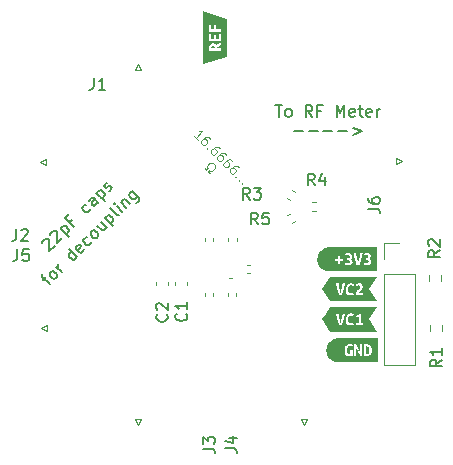
<source format=gbr>
%TF.GenerationSoftware,KiCad,Pcbnew,(6.0.7)*%
%TF.CreationDate,2022-08-03T12:25:37+01:00*%
%TF.ProjectId,Phase_Measurement_Board,50686173-655f-44d6-9561-737572656d65,rev?*%
%TF.SameCoordinates,Original*%
%TF.FileFunction,Legend,Top*%
%TF.FilePolarity,Positive*%
%FSLAX46Y46*%
G04 Gerber Fmt 4.6, Leading zero omitted, Abs format (unit mm)*
G04 Created by KiCad (PCBNEW (6.0.7)) date 2022-08-03 12:25:37*
%MOMM*%
%LPD*%
G01*
G04 APERTURE LIST*
%ADD10C,0.120000*%
%ADD11C,0.150000*%
G04 APERTURE END LIST*
D10*
X214025478Y-40076534D02*
X213702229Y-39753285D01*
X213863853Y-39914910D02*
X214429539Y-39349224D01*
X214294852Y-39376162D01*
X214187102Y-39376162D01*
X214106290Y-39349224D01*
X215076036Y-39995722D02*
X214968287Y-39887972D01*
X214887474Y-39861035D01*
X214833600Y-39861035D01*
X214698913Y-39887972D01*
X214564226Y-39968785D01*
X214348726Y-40184284D01*
X214321789Y-40265096D01*
X214321789Y-40318971D01*
X214348726Y-40399783D01*
X214456476Y-40507533D01*
X214537288Y-40534470D01*
X214591163Y-40534470D01*
X214671975Y-40507533D01*
X214806662Y-40372846D01*
X214833600Y-40292033D01*
X214833600Y-40238159D01*
X214806662Y-40157346D01*
X214698913Y-40049597D01*
X214618100Y-40022659D01*
X214564226Y-40022659D01*
X214483413Y-40049597D01*
X214860537Y-40803844D02*
X214860537Y-40857719D01*
X214806662Y-40857719D01*
X214806662Y-40803844D01*
X214860537Y-40803844D01*
X214806662Y-40857719D01*
X215884158Y-40803844D02*
X215776409Y-40696094D01*
X215695596Y-40669157D01*
X215641722Y-40669157D01*
X215507035Y-40696094D01*
X215372348Y-40776907D01*
X215156848Y-40992406D01*
X215129911Y-41073218D01*
X215129911Y-41127093D01*
X215156848Y-41207905D01*
X215264598Y-41315655D01*
X215345410Y-41342592D01*
X215399285Y-41342592D01*
X215480097Y-41315655D01*
X215614784Y-41180968D01*
X215641722Y-41100155D01*
X215641722Y-41046281D01*
X215614784Y-40965468D01*
X215507035Y-40857719D01*
X215426222Y-40830781D01*
X215372348Y-40830781D01*
X215291535Y-40857719D01*
X216422906Y-41342592D02*
X216315157Y-41234842D01*
X216234344Y-41207905D01*
X216180470Y-41207905D01*
X216045783Y-41234842D01*
X215911096Y-41315655D01*
X215695596Y-41531154D01*
X215668659Y-41611966D01*
X215668659Y-41665841D01*
X215695596Y-41746653D01*
X215803346Y-41854403D01*
X215884158Y-41881340D01*
X215938033Y-41881340D01*
X216018845Y-41854403D01*
X216153532Y-41719716D01*
X216180470Y-41638903D01*
X216180470Y-41585029D01*
X216153532Y-41504216D01*
X216045783Y-41396467D01*
X215964970Y-41369529D01*
X215911096Y-41369529D01*
X215830283Y-41396467D01*
X216961654Y-41881340D02*
X216853905Y-41773590D01*
X216773092Y-41746653D01*
X216719218Y-41746653D01*
X216584531Y-41773590D01*
X216449844Y-41854403D01*
X216234344Y-42069902D01*
X216207407Y-42150714D01*
X216207407Y-42204589D01*
X216234344Y-42285401D01*
X216342094Y-42393151D01*
X216422906Y-42420088D01*
X216476781Y-42420088D01*
X216557593Y-42393151D01*
X216692280Y-42258464D01*
X216719218Y-42177651D01*
X216719218Y-42123777D01*
X216692280Y-42042964D01*
X216584531Y-41935215D01*
X216503718Y-41908277D01*
X216449844Y-41908277D01*
X216369031Y-41935215D01*
X217500402Y-42420088D02*
X217392653Y-42312338D01*
X217311840Y-42285401D01*
X217257966Y-42285401D01*
X217123279Y-42312338D01*
X216988592Y-42393151D01*
X216773092Y-42608650D01*
X216746155Y-42689462D01*
X216746155Y-42743337D01*
X216773092Y-42824149D01*
X216880842Y-42931899D01*
X216961654Y-42958836D01*
X217015529Y-42958836D01*
X217096341Y-42931899D01*
X217231028Y-42797212D01*
X217257966Y-42716399D01*
X217257966Y-42662525D01*
X217231028Y-42581712D01*
X217123279Y-42473963D01*
X217042466Y-42447025D01*
X216988592Y-42447025D01*
X216907779Y-42473963D01*
X217284903Y-43228210D02*
X217284903Y-43282085D01*
X217231028Y-43282085D01*
X217231028Y-43228210D01*
X217284903Y-43228210D01*
X217231028Y-43282085D01*
X217554277Y-43497584D02*
X217554277Y-43551459D01*
X217500402Y-43551459D01*
X217500402Y-43497584D01*
X217554277Y-43497584D01*
X217500402Y-43551459D01*
X217823651Y-43766958D02*
X217823651Y-43820833D01*
X217769776Y-43820833D01*
X217769776Y-43766958D01*
X217823651Y-43766958D01*
X217769776Y-43820833D01*
X214623218Y-42495783D02*
X214757905Y-42630470D01*
X214865655Y-42522720D01*
X214838717Y-42441908D01*
X214838717Y-42334158D01*
X214892592Y-42226409D01*
X215027279Y-42091722D01*
X215135029Y-42037847D01*
X215242778Y-42037847D01*
X215350528Y-42091722D01*
X215458277Y-42199471D01*
X215512152Y-42307221D01*
X215512152Y-42414970D01*
X215458277Y-42522720D01*
X215323590Y-42657407D01*
X215215841Y-42711282D01*
X215108091Y-42711282D01*
X215027279Y-42684344D01*
X214919529Y-42792094D01*
X215054216Y-42926781D01*
D11*
X220597619Y-37147380D02*
X221169047Y-37147380D01*
X220883333Y-38147380D02*
X220883333Y-37147380D01*
X221645238Y-38147380D02*
X221550000Y-38099761D01*
X221502380Y-38052142D01*
X221454761Y-37956904D01*
X221454761Y-37671190D01*
X221502380Y-37575952D01*
X221550000Y-37528333D01*
X221645238Y-37480714D01*
X221788095Y-37480714D01*
X221883333Y-37528333D01*
X221930952Y-37575952D01*
X221978571Y-37671190D01*
X221978571Y-37956904D01*
X221930952Y-38052142D01*
X221883333Y-38099761D01*
X221788095Y-38147380D01*
X221645238Y-38147380D01*
X223740476Y-38147380D02*
X223407142Y-37671190D01*
X223169047Y-38147380D02*
X223169047Y-37147380D01*
X223550000Y-37147380D01*
X223645238Y-37195000D01*
X223692857Y-37242619D01*
X223740476Y-37337857D01*
X223740476Y-37480714D01*
X223692857Y-37575952D01*
X223645238Y-37623571D01*
X223550000Y-37671190D01*
X223169047Y-37671190D01*
X224502380Y-37623571D02*
X224169047Y-37623571D01*
X224169047Y-38147380D02*
X224169047Y-37147380D01*
X224645238Y-37147380D01*
X225788095Y-38147380D02*
X225788095Y-37147380D01*
X226121428Y-37861666D01*
X226454761Y-37147380D01*
X226454761Y-38147380D01*
X227311904Y-38099761D02*
X227216666Y-38147380D01*
X227026190Y-38147380D01*
X226930952Y-38099761D01*
X226883333Y-38004523D01*
X226883333Y-37623571D01*
X226930952Y-37528333D01*
X227026190Y-37480714D01*
X227216666Y-37480714D01*
X227311904Y-37528333D01*
X227359523Y-37623571D01*
X227359523Y-37718809D01*
X226883333Y-37814047D01*
X227645238Y-37480714D02*
X228026190Y-37480714D01*
X227788095Y-37147380D02*
X227788095Y-38004523D01*
X227835714Y-38099761D01*
X227930952Y-38147380D01*
X228026190Y-38147380D01*
X228740476Y-38099761D02*
X228645238Y-38147380D01*
X228454761Y-38147380D01*
X228359523Y-38099761D01*
X228311904Y-38004523D01*
X228311904Y-37623571D01*
X228359523Y-37528333D01*
X228454761Y-37480714D01*
X228645238Y-37480714D01*
X228740476Y-37528333D01*
X228788095Y-37623571D01*
X228788095Y-37718809D01*
X228311904Y-37814047D01*
X229216666Y-38147380D02*
X229216666Y-37480714D01*
X229216666Y-37671190D02*
X229264285Y-37575952D01*
X229311904Y-37528333D01*
X229407142Y-37480714D01*
X229502380Y-37480714D01*
X222192857Y-39376428D02*
X222954761Y-39376428D01*
X223430952Y-39376428D02*
X224192857Y-39376428D01*
X224669047Y-39376428D02*
X225430952Y-39376428D01*
X225907142Y-39376428D02*
X226669047Y-39376428D01*
X227145238Y-39090714D02*
X227907142Y-39376428D01*
X227145238Y-39662142D01*
X200926733Y-51970220D02*
X201196107Y-51700846D01*
X201499153Y-52340610D02*
X200893061Y-51734518D01*
X200859389Y-51633503D01*
X200893061Y-51532488D01*
X200960405Y-51465144D01*
X202004229Y-51835533D02*
X201903214Y-51869205D01*
X201835870Y-51869205D01*
X201734855Y-51835533D01*
X201532824Y-51633503D01*
X201499153Y-51532488D01*
X201499153Y-51465144D01*
X201532824Y-51364129D01*
X201633840Y-51263114D01*
X201734855Y-51229442D01*
X201802198Y-51229442D01*
X201903214Y-51263114D01*
X202105244Y-51465144D01*
X202138916Y-51566159D01*
X202138916Y-51633503D01*
X202105244Y-51734518D01*
X202004229Y-51835533D01*
X202542977Y-51296785D02*
X202071572Y-50825381D01*
X202206259Y-50960068D02*
X202172588Y-50859053D01*
X202172588Y-50791709D01*
X202206259Y-50690694D01*
X202273603Y-50623350D01*
X203822503Y-50017259D02*
X203115397Y-49310152D01*
X203788832Y-49983587D02*
X203755160Y-50084602D01*
X203620473Y-50219289D01*
X203519458Y-50252961D01*
X203452114Y-50252961D01*
X203351099Y-50219289D01*
X203149068Y-50017259D01*
X203115397Y-49916244D01*
X203115397Y-49848900D01*
X203149068Y-49747885D01*
X203283755Y-49613198D01*
X203384771Y-49579526D01*
X204394923Y-49377496D02*
X204361251Y-49478511D01*
X204226564Y-49613198D01*
X204125549Y-49646870D01*
X204024534Y-49613198D01*
X203755160Y-49343824D01*
X203721488Y-49242809D01*
X203755160Y-49141793D01*
X203889847Y-49007106D01*
X203990862Y-48973435D01*
X204091877Y-49007106D01*
X204159221Y-49074450D01*
X203889847Y-49478511D01*
X205034687Y-48737732D02*
X205001015Y-48838748D01*
X204866328Y-48973435D01*
X204765312Y-49007106D01*
X204697969Y-49007106D01*
X204596954Y-48973435D01*
X204394923Y-48771404D01*
X204361251Y-48670389D01*
X204361251Y-48603045D01*
X204394923Y-48502030D01*
X204529610Y-48367343D01*
X204630625Y-48333671D01*
X205472419Y-48367343D02*
X205371404Y-48401015D01*
X205304061Y-48401015D01*
X205203045Y-48367343D01*
X205001015Y-48165312D01*
X204967343Y-48064297D01*
X204967343Y-47996954D01*
X205001015Y-47895938D01*
X205102030Y-47794923D01*
X205203045Y-47761251D01*
X205270389Y-47761251D01*
X205371404Y-47794923D01*
X205573435Y-47996954D01*
X205607106Y-48097969D01*
X205607106Y-48165312D01*
X205573435Y-48266328D01*
X205472419Y-48367343D01*
X205842809Y-47054145D02*
X206314213Y-47525549D01*
X205539763Y-47357190D02*
X205910152Y-47727580D01*
X206011167Y-47761251D01*
X206112183Y-47727580D01*
X206213198Y-47626564D01*
X206246870Y-47525549D01*
X206246870Y-47458206D01*
X206179526Y-46717427D02*
X206886633Y-47424534D01*
X206213198Y-46751099D02*
X206246870Y-46650084D01*
X206381557Y-46515397D01*
X206482572Y-46481725D01*
X206549915Y-46481725D01*
X206650931Y-46515397D01*
X206852961Y-46717427D01*
X206886633Y-46818442D01*
X206886633Y-46885786D01*
X206852961Y-46986801D01*
X206718274Y-47121488D01*
X206617259Y-47155160D01*
X207391709Y-46448053D02*
X207290694Y-46481725D01*
X207189679Y-46448053D01*
X206583587Y-45841962D01*
X207661083Y-46178679D02*
X207189679Y-45707275D01*
X206953976Y-45471572D02*
X206953976Y-45538916D01*
X207021320Y-45538916D01*
X207021320Y-45471572D01*
X206953976Y-45471572D01*
X207021320Y-45538916D01*
X207526396Y-45370557D02*
X207997801Y-45841962D01*
X207593740Y-45437901D02*
X207593740Y-45370557D01*
X207627411Y-45269542D01*
X207728427Y-45168527D01*
X207829442Y-45134855D01*
X207930457Y-45168527D01*
X208300846Y-45538916D01*
X208469205Y-44427748D02*
X209041625Y-45000168D01*
X209075297Y-45101183D01*
X209075297Y-45168527D01*
X209041625Y-45269542D01*
X208940610Y-45370557D01*
X208839594Y-45404229D01*
X208906938Y-44865481D02*
X208873266Y-44966496D01*
X208738579Y-45101183D01*
X208637564Y-45134855D01*
X208570220Y-45134855D01*
X208469205Y-45101183D01*
X208267175Y-44899153D01*
X208233503Y-44798137D01*
X208233503Y-44730794D01*
X208267175Y-44629779D01*
X208401862Y-44495092D01*
X208502877Y-44461420D01*
X200870049Y-48840186D02*
X200870049Y-48772843D01*
X200903721Y-48671827D01*
X201072080Y-48503469D01*
X201173095Y-48469797D01*
X201240439Y-48469797D01*
X201341454Y-48503469D01*
X201408798Y-48570812D01*
X201476141Y-48705499D01*
X201476141Y-49513621D01*
X201913874Y-49075888D01*
X201543485Y-48166751D02*
X201543485Y-48099408D01*
X201577156Y-47998392D01*
X201745515Y-47830034D01*
X201846530Y-47796362D01*
X201913874Y-47796362D01*
X202014889Y-47830034D01*
X202082233Y-47897377D01*
X202149576Y-48032064D01*
X202149576Y-48840186D01*
X202587309Y-48402453D01*
X202418950Y-47628003D02*
X203126057Y-48335110D01*
X202452622Y-47661675D02*
X202486294Y-47560660D01*
X202620981Y-47425973D01*
X202721996Y-47392301D01*
X202789339Y-47392301D01*
X202890355Y-47425973D01*
X203092385Y-47628003D01*
X203126057Y-47729018D01*
X203126057Y-47796362D01*
X203092385Y-47897377D01*
X202957698Y-48032064D01*
X202856683Y-48065736D01*
X203395431Y-46853553D02*
X203159729Y-47089255D01*
X203530118Y-47459644D02*
X202823011Y-46752538D01*
X203159729Y-46415820D01*
X204944331Y-45978087D02*
X204910660Y-46079103D01*
X204775973Y-46213790D01*
X204674957Y-46247461D01*
X204607614Y-46247461D01*
X204506599Y-46213790D01*
X204304568Y-46011759D01*
X204270896Y-45910744D01*
X204270896Y-45843400D01*
X204304568Y-45742385D01*
X204439255Y-45607698D01*
X204540270Y-45574026D01*
X205584095Y-45405668D02*
X205213705Y-45035278D01*
X205112690Y-45001607D01*
X205011675Y-45035278D01*
X204876988Y-45169965D01*
X204843316Y-45270981D01*
X205550423Y-45371996D02*
X205516751Y-45473011D01*
X205348392Y-45641370D01*
X205247377Y-45675042D01*
X205146362Y-45641370D01*
X205079018Y-45574026D01*
X205045347Y-45473011D01*
X205079018Y-45371996D01*
X205247377Y-45203637D01*
X205281049Y-45102622D01*
X205449408Y-44597546D02*
X206156514Y-45304652D01*
X205483079Y-44631217D02*
X205516751Y-44530202D01*
X205651438Y-44395515D01*
X205752453Y-44361843D01*
X205819797Y-44361843D01*
X205920812Y-44395515D01*
X206122843Y-44597546D01*
X206156514Y-44698561D01*
X206156514Y-44765904D01*
X206122843Y-44866920D01*
X205988156Y-45001607D01*
X205887140Y-45035278D01*
X206493232Y-44429187D02*
X206594247Y-44395515D01*
X206728934Y-44260828D01*
X206762606Y-44159813D01*
X206728934Y-44058798D01*
X206695263Y-44025126D01*
X206594247Y-43991454D01*
X206493232Y-44025126D01*
X206392217Y-44126141D01*
X206291201Y-44159813D01*
X206190186Y-44126141D01*
X206156514Y-44092469D01*
X206122843Y-43991454D01*
X206156514Y-43890439D01*
X206257530Y-43789424D01*
X206358545Y-43755752D01*
%TO.C,R4*%
X223933333Y-43952380D02*
X223600000Y-43476190D01*
X223361904Y-43952380D02*
X223361904Y-42952380D01*
X223742857Y-42952380D01*
X223838095Y-43000000D01*
X223885714Y-43047619D01*
X223933333Y-43142857D01*
X223933333Y-43285714D01*
X223885714Y-43380952D01*
X223838095Y-43428571D01*
X223742857Y-43476190D01*
X223361904Y-43476190D01*
X224790476Y-43285714D02*
X224790476Y-43952380D01*
X224552380Y-42904761D02*
X224314285Y-43619047D01*
X224933333Y-43619047D01*
%TO.C,J3*%
X214502380Y-66233333D02*
X215216666Y-66233333D01*
X215359523Y-66280952D01*
X215454761Y-66376190D01*
X215502380Y-66519047D01*
X215502380Y-66614285D01*
X214502380Y-65852380D02*
X214502380Y-65233333D01*
X214883333Y-65566666D01*
X214883333Y-65423809D01*
X214930952Y-65328571D01*
X214978571Y-65280952D01*
X215073809Y-65233333D01*
X215311904Y-65233333D01*
X215407142Y-65280952D01*
X215454761Y-65328571D01*
X215502380Y-65423809D01*
X215502380Y-65709523D01*
X215454761Y-65804761D01*
X215407142Y-65852380D01*
%TO.C,C1*%
X213057142Y-54816666D02*
X213104761Y-54864285D01*
X213152380Y-55007142D01*
X213152380Y-55102380D01*
X213104761Y-55245238D01*
X213009523Y-55340476D01*
X212914285Y-55388095D01*
X212723809Y-55435714D01*
X212580952Y-55435714D01*
X212390476Y-55388095D01*
X212295238Y-55340476D01*
X212200000Y-55245238D01*
X212152380Y-55102380D01*
X212152380Y-55007142D01*
X212200000Y-54864285D01*
X212247619Y-54816666D01*
X213152380Y-53864285D02*
X213152380Y-54435714D01*
X213152380Y-54150000D02*
X212152380Y-54150000D01*
X212295238Y-54245238D01*
X212390476Y-54340476D01*
X212438095Y-54435714D01*
%TO.C,J1*%
X205216666Y-34852380D02*
X205216666Y-35566666D01*
X205169047Y-35709523D01*
X205073809Y-35804761D01*
X204930952Y-35852380D01*
X204835714Y-35852380D01*
X206216666Y-35852380D02*
X205645238Y-35852380D01*
X205930952Y-35852380D02*
X205930952Y-34852380D01*
X205835714Y-34995238D01*
X205740476Y-35090476D01*
X205645238Y-35138095D01*
%TO.C,J6*%
X228452380Y-45933333D02*
X229166666Y-45933333D01*
X229309523Y-45980952D01*
X229404761Y-46076190D01*
X229452380Y-46219047D01*
X229452380Y-46314285D01*
X228452380Y-45028571D02*
X228452380Y-45219047D01*
X228500000Y-45314285D01*
X228547619Y-45361904D01*
X228690476Y-45457142D01*
X228880952Y-45504761D01*
X229261904Y-45504761D01*
X229357142Y-45457142D01*
X229404761Y-45409523D01*
X229452380Y-45314285D01*
X229452380Y-45123809D01*
X229404761Y-45028571D01*
X229357142Y-44980952D01*
X229261904Y-44933333D01*
X229023809Y-44933333D01*
X228928571Y-44980952D01*
X228880952Y-45028571D01*
X228833333Y-45123809D01*
X228833333Y-45314285D01*
X228880952Y-45409523D01*
X228928571Y-45457142D01*
X229023809Y-45504761D01*
%TO.C,J4*%
X216352380Y-66228333D02*
X217066666Y-66228333D01*
X217209523Y-66275952D01*
X217304761Y-66371190D01*
X217352380Y-66514047D01*
X217352380Y-66609285D01*
X216685714Y-65323571D02*
X217352380Y-65323571D01*
X216304761Y-65561666D02*
X217019047Y-65799761D01*
X217019047Y-65180714D01*
%TO.C,R3*%
X218433333Y-45152380D02*
X218100000Y-44676190D01*
X217861904Y-45152380D02*
X217861904Y-44152380D01*
X218242857Y-44152380D01*
X218338095Y-44200000D01*
X218385714Y-44247619D01*
X218433333Y-44342857D01*
X218433333Y-44485714D01*
X218385714Y-44580952D01*
X218338095Y-44628571D01*
X218242857Y-44676190D01*
X217861904Y-44676190D01*
X218766666Y-44152380D02*
X219385714Y-44152380D01*
X219052380Y-44533333D01*
X219195238Y-44533333D01*
X219290476Y-44580952D01*
X219338095Y-44628571D01*
X219385714Y-44723809D01*
X219385714Y-44961904D01*
X219338095Y-45057142D01*
X219290476Y-45104761D01*
X219195238Y-45152380D01*
X218909523Y-45152380D01*
X218814285Y-45104761D01*
X218766666Y-45057142D01*
%TO.C,R2*%
X234552380Y-49466666D02*
X234076190Y-49800000D01*
X234552380Y-50038095D02*
X233552380Y-50038095D01*
X233552380Y-49657142D01*
X233600000Y-49561904D01*
X233647619Y-49514285D01*
X233742857Y-49466666D01*
X233885714Y-49466666D01*
X233980952Y-49514285D01*
X234028571Y-49561904D01*
X234076190Y-49657142D01*
X234076190Y-50038095D01*
X233647619Y-49085714D02*
X233600000Y-49038095D01*
X233552380Y-48942857D01*
X233552380Y-48704761D01*
X233600000Y-48609523D01*
X233647619Y-48561904D01*
X233742857Y-48514285D01*
X233838095Y-48514285D01*
X233980952Y-48561904D01*
X234552380Y-49133333D01*
X234552380Y-48514285D01*
%TO.C,C2*%
X211407142Y-54866666D02*
X211454761Y-54914285D01*
X211502380Y-55057142D01*
X211502380Y-55152380D01*
X211454761Y-55295238D01*
X211359523Y-55390476D01*
X211264285Y-55438095D01*
X211073809Y-55485714D01*
X210930952Y-55485714D01*
X210740476Y-55438095D01*
X210645238Y-55390476D01*
X210550000Y-55295238D01*
X210502380Y-55152380D01*
X210502380Y-55057142D01*
X210550000Y-54914285D01*
X210597619Y-54866666D01*
X210597619Y-54485714D02*
X210550000Y-54438095D01*
X210502380Y-54342857D01*
X210502380Y-54104761D01*
X210550000Y-54009523D01*
X210597619Y-53961904D01*
X210692857Y-53914285D01*
X210788095Y-53914285D01*
X210930952Y-53961904D01*
X211502380Y-54533333D01*
X211502380Y-53914285D01*
%TO.C,J2*%
X198666666Y-47652380D02*
X198666666Y-48366666D01*
X198619047Y-48509523D01*
X198523809Y-48604761D01*
X198380952Y-48652380D01*
X198285714Y-48652380D01*
X199095238Y-47747619D02*
X199142857Y-47700000D01*
X199238095Y-47652380D01*
X199476190Y-47652380D01*
X199571428Y-47700000D01*
X199619047Y-47747619D01*
X199666666Y-47842857D01*
X199666666Y-47938095D01*
X199619047Y-48080952D01*
X199047619Y-48652380D01*
X199666666Y-48652380D01*
%TO.C,R1*%
X234702380Y-58716666D02*
X234226190Y-59050000D01*
X234702380Y-59288095D02*
X233702380Y-59288095D01*
X233702380Y-58907142D01*
X233750000Y-58811904D01*
X233797619Y-58764285D01*
X233892857Y-58716666D01*
X234035714Y-58716666D01*
X234130952Y-58764285D01*
X234178571Y-58811904D01*
X234226190Y-58907142D01*
X234226190Y-59288095D01*
X234702380Y-57764285D02*
X234702380Y-58335714D01*
X234702380Y-58050000D02*
X233702380Y-58050000D01*
X233845238Y-58145238D01*
X233940476Y-58240476D01*
X233988095Y-58335714D01*
%TO.C,R5*%
X219133333Y-47252380D02*
X218800000Y-46776190D01*
X218561904Y-47252380D02*
X218561904Y-46252380D01*
X218942857Y-46252380D01*
X219038095Y-46300000D01*
X219085714Y-46347619D01*
X219133333Y-46442857D01*
X219133333Y-46585714D01*
X219085714Y-46680952D01*
X219038095Y-46728571D01*
X218942857Y-46776190D01*
X218561904Y-46776190D01*
X220038095Y-46252380D02*
X219561904Y-46252380D01*
X219514285Y-46728571D01*
X219561904Y-46680952D01*
X219657142Y-46633333D01*
X219895238Y-46633333D01*
X219990476Y-46680952D01*
X220038095Y-46728571D01*
X220085714Y-46823809D01*
X220085714Y-47061904D01*
X220038095Y-47157142D01*
X219990476Y-47204761D01*
X219895238Y-47252380D01*
X219657142Y-47252380D01*
X219561904Y-47204761D01*
X219514285Y-47157142D01*
%TO.C,J5*%
X198771666Y-49352380D02*
X198771666Y-50066666D01*
X198724047Y-50209523D01*
X198628809Y-50304761D01*
X198485952Y-50352380D01*
X198390714Y-50352380D01*
X199724047Y-49352380D02*
X199247857Y-49352380D01*
X199200238Y-49828571D01*
X199247857Y-49780952D01*
X199343095Y-49733333D01*
X199581190Y-49733333D01*
X199676428Y-49780952D01*
X199724047Y-49828571D01*
X199771666Y-49923809D01*
X199771666Y-50161904D01*
X199724047Y-50257142D01*
X199676428Y-50304761D01*
X199581190Y-50352380D01*
X199343095Y-50352380D01*
X199247857Y-50304761D01*
X199200238Y-50257142D01*
%TO.C,kibuzzard-62EA5950*%
G36*
X216509518Y-29835645D02*
G01*
X216509518Y-33064355D01*
X214490482Y-33670066D01*
X214490482Y-32297725D01*
X215003112Y-32297725D01*
X215004700Y-32353288D01*
X215008669Y-32419963D01*
X215016606Y-32489019D01*
X215028512Y-32551725D01*
X215996888Y-32551725D01*
X215996888Y-32356463D01*
X215634938Y-32356463D01*
X215634938Y-32254863D01*
X215724830Y-32201086D01*
X215813531Y-32150881D01*
X215903423Y-32105439D01*
X215996888Y-32065950D01*
X215996888Y-31861163D01*
X215892906Y-31906406D01*
X215783369Y-31961175D01*
X215678594Y-32019913D01*
X215587313Y-32077063D01*
X215542466Y-32007609D01*
X215480950Y-31961175D01*
X215407131Y-31934981D01*
X215325375Y-31926250D01*
X215248183Y-31932798D01*
X215181706Y-31952444D01*
X215080900Y-32027850D01*
X215046372Y-32081825D01*
X215022162Y-32145325D01*
X215007875Y-32217556D01*
X215003112Y-32297725D01*
X214490482Y-32297725D01*
X214490482Y-31743688D01*
X215014225Y-31743688D01*
X215996888Y-31743688D01*
X215996888Y-31113450D01*
X215834963Y-31113450D01*
X215834963Y-31548425D01*
X215558738Y-31548425D01*
X215558738Y-31200762D01*
X215396812Y-31200762D01*
X215396812Y-31548425D01*
X215176150Y-31548425D01*
X215176150Y-31148375D01*
X215014225Y-31148375D01*
X215014225Y-31743688D01*
X214490482Y-31743688D01*
X214490482Y-30949938D01*
X215014225Y-30949938D01*
X215996888Y-30949938D01*
X215996888Y-30754675D01*
X215576200Y-30754675D01*
X215576200Y-30399075D01*
X215414275Y-30399075D01*
X215414275Y-30754675D01*
X215176150Y-30754675D01*
X215176150Y-30348275D01*
X215014225Y-30348275D01*
X215014225Y-30949938D01*
X214490482Y-30949938D01*
X214490482Y-29229934D01*
X216509518Y-29835645D01*
G37*
G36*
X215434119Y-32169138D02*
G01*
X215463289Y-32227478D01*
X215473012Y-32313600D01*
X215473012Y-32356463D01*
X215177737Y-32356463D01*
X215173769Y-32324713D01*
X215172975Y-32297725D01*
X215182103Y-32227478D01*
X215209487Y-32172313D01*
X215256319Y-32136594D01*
X215323787Y-32124688D01*
X215434119Y-32169138D01*
G37*
%TO.C,kibuzzard-62EA58C1*%
G36*
X228562774Y-52750000D02*
G01*
X229246369Y-53775393D01*
X225237226Y-53775393D01*
X224553631Y-52750000D01*
X224880656Y-52259462D01*
X225749856Y-52259462D01*
X225768112Y-52348362D01*
X225794306Y-52459487D01*
X225815297Y-52542655D01*
X225838051Y-52629174D01*
X225862569Y-52719044D01*
X225888498Y-52810678D01*
X225915485Y-52902488D01*
X225943531Y-52994475D01*
X225985203Y-53125444D01*
X226024494Y-53242125D01*
X226226106Y-53242125D01*
X226256445Y-53157547D01*
X226286078Y-53071028D01*
X226315006Y-52982569D01*
X226342787Y-52893669D01*
X226368981Y-52805827D01*
X226384810Y-52750000D01*
X226565831Y-52750000D01*
X226572677Y-52865987D01*
X226593216Y-52967884D01*
X226627446Y-53055693D01*
X226675369Y-53129413D01*
X226759330Y-53203496D01*
X226865163Y-53247946D01*
X226992869Y-53262763D01*
X227079586Y-53257405D01*
X227155588Y-53241331D01*
X227267506Y-53194500D01*
X227218294Y-53040513D01*
X227138125Y-53075438D01*
X227011919Y-53092900D01*
X226898611Y-53070477D01*
X226822212Y-53003206D01*
X226790022Y-52934679D01*
X226770707Y-52848690D01*
X226764269Y-52745237D01*
X226769627Y-52656337D01*
X226785700Y-52583312D01*
X226841262Y-52479331D01*
X226919050Y-52423769D01*
X227008744Y-52407100D01*
X227127013Y-52423769D01*
X227215119Y-52464250D01*
X227246740Y-52367412D01*
X227384981Y-52367412D01*
X227481819Y-52503937D01*
X227581831Y-52429325D01*
X227678669Y-52407100D01*
X227770744Y-52439644D01*
X227807256Y-52532512D01*
X227777888Y-52616650D01*
X227703275Y-52702375D01*
X227656444Y-52747817D01*
X227606438Y-52795244D01*
X227556431Y-52845647D01*
X227509600Y-52900019D01*
X227468325Y-52958955D01*
X227434988Y-53023050D01*
X227412961Y-53092900D01*
X227405619Y-53169100D01*
X227404825Y-53202438D01*
X227408794Y-53242125D01*
X228050144Y-53242125D01*
X228050144Y-53080200D01*
X227627869Y-53080200D01*
X227644538Y-53027813D01*
X227685019Y-52971456D01*
X227735819Y-52917481D01*
X227783444Y-52872238D01*
X227864406Y-52792863D01*
X227935844Y-52707137D01*
X227986644Y-52615856D01*
X228005694Y-52518225D01*
X227980294Y-52395194D01*
X227912031Y-52307087D01*
X227813606Y-52254700D01*
X227697719Y-52237237D01*
X227614970Y-52245175D01*
X227531825Y-52268987D01*
X227453442Y-52309469D01*
X227384981Y-52367412D01*
X227246740Y-52367412D01*
X227265919Y-52308675D01*
X227233375Y-52289625D01*
X227180194Y-52265812D01*
X227106375Y-52245969D01*
X227011919Y-52237237D01*
X226918852Y-52245770D01*
X226833325Y-52271369D01*
X226757125Y-52313437D01*
X226692037Y-52371381D01*
X226639055Y-52444605D01*
X226599169Y-52532512D01*
X226574166Y-52634509D01*
X226565831Y-52750000D01*
X226384810Y-52750000D01*
X226393587Y-52719044D01*
X226427322Y-52592639D01*
X226457087Y-52472187D01*
X226482686Y-52360269D01*
X226503919Y-52259462D01*
X226299131Y-52259462D01*
X226284844Y-52342012D01*
X226267381Y-52437262D01*
X226247537Y-52540252D01*
X226226106Y-52646019D01*
X226203087Y-52752381D01*
X226178481Y-52857156D01*
X226153081Y-52955383D01*
X226127681Y-53042100D01*
X226102083Y-52954192D01*
X226076087Y-52855569D01*
X226050687Y-52750794D01*
X226026875Y-52644431D01*
X226004848Y-52538862D01*
X225984806Y-52436469D01*
X225968137Y-52341814D01*
X225956231Y-52259462D01*
X225749856Y-52259462D01*
X224880656Y-52259462D01*
X225237226Y-51724607D01*
X229246369Y-51724607D01*
X228562774Y-52750000D01*
G37*
%TO.C,kibuzzard-62EA58B8*%
G36*
X228560393Y-55300000D02*
G01*
X229243988Y-56325393D01*
X225239607Y-56325393D01*
X224556012Y-55300000D01*
X224883037Y-54809462D01*
X225752237Y-54809462D01*
X225770494Y-54898362D01*
X225796687Y-55009487D01*
X225817678Y-55092655D01*
X225840432Y-55179174D01*
X225864950Y-55269044D01*
X225890879Y-55360678D01*
X225917867Y-55452488D01*
X225945912Y-55544475D01*
X225987584Y-55675444D01*
X226026875Y-55792125D01*
X226228487Y-55792125D01*
X226258826Y-55707547D01*
X226288460Y-55621028D01*
X226317387Y-55532569D01*
X226345169Y-55443669D01*
X226371362Y-55355827D01*
X226387192Y-55300000D01*
X226568212Y-55300000D01*
X226575059Y-55415987D01*
X226595597Y-55517884D01*
X226629827Y-55605693D01*
X226677750Y-55679413D01*
X226761711Y-55753496D01*
X226867544Y-55797946D01*
X226995250Y-55812763D01*
X227081967Y-55807405D01*
X227157969Y-55791331D01*
X227269888Y-55744500D01*
X227220675Y-55590513D01*
X227140506Y-55625438D01*
X227014300Y-55642900D01*
X226900992Y-55620477D01*
X226824594Y-55553206D01*
X226792403Y-55484679D01*
X226773088Y-55398690D01*
X226766650Y-55295237D01*
X226772008Y-55206337D01*
X226788081Y-55133312D01*
X226843644Y-55029331D01*
X226921431Y-54973769D01*
X227011125Y-54957100D01*
X227129394Y-54973769D01*
X227217500Y-55014250D01*
X227395300Y-55014250D01*
X227458800Y-55176175D01*
X227555638Y-55137281D01*
X227657238Y-55080925D01*
X227657238Y-55630200D01*
X227450863Y-55630200D01*
X227450863Y-55792125D01*
X228047763Y-55792125D01*
X228047763Y-55630200D01*
X227852500Y-55630200D01*
X227852500Y-54809462D01*
X227719150Y-54809462D01*
X227650888Y-54871375D01*
X227566750Y-54928525D01*
X227477850Y-54977737D01*
X227395300Y-55014250D01*
X227217500Y-55014250D01*
X227268300Y-54858675D01*
X227235756Y-54839625D01*
X227182575Y-54815812D01*
X227108756Y-54795969D01*
X227014300Y-54787237D01*
X226921233Y-54795770D01*
X226835706Y-54821369D01*
X226759506Y-54863437D01*
X226694419Y-54921381D01*
X226641436Y-54994605D01*
X226601550Y-55082512D01*
X226576547Y-55184509D01*
X226568212Y-55300000D01*
X226387192Y-55300000D01*
X226395969Y-55269044D01*
X226429703Y-55142639D01*
X226459469Y-55022187D01*
X226485067Y-54910269D01*
X226506300Y-54809462D01*
X226301512Y-54809462D01*
X226287225Y-54892012D01*
X226269762Y-54987262D01*
X226249919Y-55090252D01*
X226228487Y-55196019D01*
X226205469Y-55302381D01*
X226180862Y-55407156D01*
X226155462Y-55505383D01*
X226130062Y-55592100D01*
X226104464Y-55504192D01*
X226078469Y-55405569D01*
X226053069Y-55300794D01*
X226029256Y-55194431D01*
X226007230Y-55088862D01*
X225987187Y-54986469D01*
X225970519Y-54891814D01*
X225958612Y-54809462D01*
X225752237Y-54809462D01*
X224883037Y-54809462D01*
X225239607Y-54274607D01*
X229243988Y-54274607D01*
X228560393Y-55300000D01*
G37*
%TO.C,kibuzzard-62EA58A6*%
G36*
X229273089Y-58925393D02*
G01*
X225952304Y-58925393D01*
X225851798Y-58920455D01*
X225752259Y-58905690D01*
X225654648Y-58881240D01*
X225559903Y-58847339D01*
X225468937Y-58804316D01*
X225382626Y-58752583D01*
X225301801Y-58692639D01*
X225227242Y-58625062D01*
X225159664Y-58550502D01*
X225099721Y-58469678D01*
X225047988Y-58383367D01*
X225004964Y-58292401D01*
X224971064Y-58197656D01*
X224946614Y-58100044D01*
X224931848Y-58000506D01*
X224926911Y-57900000D01*
X226464934Y-57900000D01*
X226472078Y-58019261D01*
X226493509Y-58123044D01*
X226528037Y-58211150D01*
X226574471Y-58283381D01*
X226632217Y-58339738D01*
X226700678Y-58380219D01*
X226779060Y-58404627D01*
X226866571Y-58412763D01*
X226963607Y-58408794D01*
X227045165Y-58396888D01*
X227063291Y-58392125D01*
X227288846Y-58392125D01*
X227465059Y-58392125D01*
X227465059Y-57739662D01*
X227524061Y-57848583D01*
X227580417Y-57957326D01*
X227634128Y-58065894D01*
X227685192Y-58174461D01*
X227733611Y-58283205D01*
X227779384Y-58392125D01*
X227936546Y-58392125D01*
X227936546Y-58381013D01*
X228095296Y-58381013D01*
X228202453Y-58399269D01*
X228304846Y-58404825D01*
X228400692Y-58397880D01*
X228488203Y-58377044D01*
X228565792Y-58341127D01*
X228631871Y-58288938D01*
X228685648Y-58219683D01*
X228726328Y-58132569D01*
X228751926Y-58026405D01*
X228760459Y-57900000D01*
X228752720Y-57776373D01*
X228729503Y-57672194D01*
X228692395Y-57586072D01*
X228642984Y-57516619D01*
X228581270Y-57463636D01*
X228507253Y-57426925D01*
X228422917Y-57405494D01*
X228330246Y-57398350D01*
X228220709Y-57403112D01*
X228095296Y-57422162D01*
X228095296Y-58381013D01*
X227936546Y-58381013D01*
X227936546Y-57409462D01*
X227760334Y-57409462D01*
X227760334Y-58014300D01*
X227732354Y-57952388D01*
X227699215Y-57880950D01*
X227661909Y-57803559D01*
X227621428Y-57723787D01*
X227578764Y-57642627D01*
X227534909Y-57561069D01*
X227490459Y-57482289D01*
X227446009Y-57409462D01*
X227288846Y-57409462D01*
X227288846Y-58392125D01*
X227063291Y-58392125D01*
X227153909Y-58368313D01*
X227153909Y-57877775D01*
X226958646Y-57877775D01*
X226958646Y-58236550D01*
X226920546Y-58241313D01*
X226882446Y-58242900D01*
X226787593Y-58222064D01*
X226718934Y-58159556D01*
X226688066Y-58093675D01*
X226669545Y-58007156D01*
X226663371Y-57900000D01*
X226666745Y-57827173D01*
X226676865Y-57761094D01*
X226721315Y-57653144D01*
X226799896Y-57582500D01*
X226917371Y-57557100D01*
X227022146Y-57574562D01*
X227107871Y-57614250D01*
X227158671Y-57458675D01*
X227126128Y-57439625D01*
X227071359Y-57415812D01*
X226992778Y-57395969D01*
X226890384Y-57387237D01*
X226804262Y-57395373D01*
X226723696Y-57419781D01*
X226651068Y-57460461D01*
X226588759Y-57517412D01*
X226537562Y-57590239D01*
X226498271Y-57678544D01*
X226473268Y-57781930D01*
X226464934Y-57900000D01*
X224926911Y-57900000D01*
X224931848Y-57799494D01*
X224946614Y-57699956D01*
X224971064Y-57602344D01*
X225004964Y-57507599D01*
X225047988Y-57416633D01*
X225099721Y-57330322D01*
X225159664Y-57249498D01*
X225227242Y-57174938D01*
X225301801Y-57107361D01*
X225382626Y-57047417D01*
X225468937Y-56995684D01*
X225559903Y-56952661D01*
X225654648Y-56918760D01*
X225752259Y-56894310D01*
X225851798Y-56879545D01*
X225952304Y-56874607D01*
X229273089Y-56874607D01*
X229273089Y-58925393D01*
G37*
G36*
X228454071Y-57595994D02*
G01*
X228519159Y-57669812D01*
X228552496Y-57776175D01*
X228562021Y-57900000D01*
X228559045Y-57970048D01*
X228550115Y-58034144D01*
X228510428Y-58139713D01*
X228437403Y-58209563D01*
X228325484Y-58234963D01*
X228308021Y-58234963D01*
X228290559Y-58233375D01*
X228290559Y-57572975D01*
X228319134Y-57569006D01*
X228347709Y-57568212D01*
X228454071Y-57595994D01*
G37*
%TO.C,kibuzzard-62EA5893*%
G36*
X229242183Y-51225393D02*
G01*
X225183210Y-51225393D01*
X225082704Y-51220455D01*
X224983166Y-51205690D01*
X224885554Y-51181240D01*
X224790809Y-51147339D01*
X224699843Y-51104316D01*
X224613532Y-51052583D01*
X224532708Y-50992639D01*
X224458148Y-50925062D01*
X224390571Y-50850502D01*
X224330627Y-50769678D01*
X224278894Y-50683367D01*
X224267269Y-50658788D01*
X226491178Y-50658788D01*
X226540390Y-50676250D01*
X226609446Y-50693713D01*
X226687234Y-50707206D01*
X226764228Y-50712763D01*
X226855906Y-50707008D01*
X226934090Y-50689744D01*
X226999178Y-50661963D01*
X227051565Y-50624656D01*
X227119828Y-50525438D01*
X227142053Y-50400025D01*
X227131535Y-50320253D01*
X227099984Y-50252388D01*
X227049382Y-50198016D01*
X226981715Y-50158725D01*
X227070615Y-50076175D01*
X227103953Y-49963462D01*
X227084903Y-49853925D01*
X227026165Y-49765819D01*
X226928120Y-49709462D01*
X227240478Y-49709462D01*
X227258734Y-49798362D01*
X227284928Y-49909487D01*
X227305918Y-49992655D01*
X227328672Y-50079174D01*
X227353190Y-50169044D01*
X227379119Y-50260678D01*
X227406107Y-50352488D01*
X227434153Y-50444475D01*
X227475824Y-50575444D01*
X227515115Y-50692125D01*
X227716728Y-50692125D01*
X227728686Y-50658788D01*
X228078678Y-50658788D01*
X228127890Y-50676250D01*
X228196946Y-50693713D01*
X228274734Y-50707206D01*
X228351728Y-50712763D01*
X228443406Y-50707008D01*
X228521590Y-50689744D01*
X228586678Y-50661963D01*
X228639065Y-50624656D01*
X228707328Y-50525438D01*
X228729553Y-50400025D01*
X228719035Y-50320253D01*
X228687484Y-50252388D01*
X228636882Y-50198016D01*
X228569215Y-50158725D01*
X228658115Y-50076175D01*
X228691453Y-49963462D01*
X228672403Y-49853925D01*
X228613665Y-49765819D01*
X228512859Y-49707875D01*
X228446382Y-49692397D01*
X228369190Y-49687237D01*
X228284854Y-49694580D01*
X228209646Y-49716606D01*
X228096140Y-49774550D01*
X228165990Y-49917425D01*
X228260446Y-49872181D01*
X228370778Y-49853925D01*
X228460471Y-49884881D01*
X228493015Y-49969812D01*
X228477934Y-50030137D01*
X228439040Y-50068237D01*
X228385065Y-50088875D01*
X228324740Y-50095225D01*
X228251715Y-50095225D01*
X228251715Y-50257150D01*
X228312040Y-50257150D01*
X228398956Y-50264889D01*
X228469203Y-50288106D01*
X228515637Y-50330770D01*
X228531115Y-50396850D01*
X228490634Y-50503213D01*
X228435270Y-50535359D01*
X228350140Y-50546075D01*
X228274932Y-50541709D01*
X228211234Y-50528613D01*
X228116778Y-50495275D01*
X228078678Y-50658788D01*
X227728686Y-50658788D01*
X227747066Y-50607547D01*
X227776700Y-50521028D01*
X227805628Y-50432569D01*
X227833409Y-50343669D01*
X227859603Y-50255827D01*
X227884209Y-50169044D01*
X227917943Y-50042639D01*
X227947709Y-49922187D01*
X227973307Y-49810269D01*
X227994540Y-49709462D01*
X227789753Y-49709462D01*
X227775465Y-49792012D01*
X227758003Y-49887262D01*
X227738159Y-49990252D01*
X227716728Y-50096019D01*
X227693709Y-50202381D01*
X227669103Y-50307156D01*
X227643703Y-50405383D01*
X227618303Y-50492100D01*
X227592704Y-50404192D01*
X227566709Y-50305569D01*
X227541309Y-50200794D01*
X227517496Y-50094431D01*
X227495470Y-49988862D01*
X227475428Y-49886469D01*
X227458759Y-49791814D01*
X227446853Y-49709462D01*
X227240478Y-49709462D01*
X226928120Y-49709462D01*
X226925359Y-49707875D01*
X226858882Y-49692397D01*
X226781690Y-49687237D01*
X226697354Y-49694580D01*
X226622146Y-49716606D01*
X226508640Y-49774550D01*
X226578490Y-49917425D01*
X226672946Y-49872181D01*
X226783278Y-49853925D01*
X226872971Y-49884881D01*
X226905515Y-49969812D01*
X226890434Y-50030137D01*
X226851540Y-50068237D01*
X226797565Y-50088875D01*
X226737240Y-50095225D01*
X226664215Y-50095225D01*
X226664215Y-50257150D01*
X226724540Y-50257150D01*
X226811456Y-50264889D01*
X226881703Y-50288106D01*
X226928137Y-50330770D01*
X226943615Y-50396850D01*
X226903134Y-50503213D01*
X226847770Y-50535359D01*
X226762640Y-50546075D01*
X226687432Y-50541709D01*
X226623734Y-50528613D01*
X226529278Y-50495275D01*
X226491178Y-50658788D01*
X224267269Y-50658788D01*
X224235871Y-50592401D01*
X224201970Y-50497656D01*
X224177520Y-50400044D01*
X224170924Y-50355575D01*
X225695840Y-50355575D01*
X225945078Y-50355575D01*
X225945078Y-50631800D01*
X226113353Y-50631800D01*
X226113353Y-50355575D01*
X226362590Y-50355575D01*
X226362590Y-50195237D01*
X226113353Y-50195237D01*
X226113353Y-49919012D01*
X225945078Y-49919012D01*
X225945078Y-50195237D01*
X225695840Y-50195237D01*
X225695840Y-50355575D01*
X224170924Y-50355575D01*
X224162755Y-50300506D01*
X224157817Y-50200000D01*
X224162755Y-50099494D01*
X224177520Y-49999956D01*
X224201970Y-49902344D01*
X224235871Y-49807599D01*
X224278894Y-49716633D01*
X224330627Y-49630322D01*
X224390571Y-49549498D01*
X224458148Y-49474938D01*
X224532708Y-49407361D01*
X224613532Y-49347417D01*
X224699843Y-49295684D01*
X224790809Y-49252661D01*
X224885554Y-49218760D01*
X224983166Y-49194310D01*
X225082704Y-49179545D01*
X225183210Y-49174607D01*
X229242183Y-49174607D01*
X229242183Y-51225393D01*
G37*
D10*
%TO.C,C7*%
X217360000Y-48412164D02*
X217360000Y-48627836D01*
X216640000Y-48412164D02*
X216640000Y-48627836D01*
%TO.C,C5*%
X218222164Y-51410000D02*
X218437836Y-51410000D01*
X218222164Y-50690000D02*
X218437836Y-50690000D01*
%TO.C,C4*%
X214640000Y-53287836D02*
X214640000Y-53072164D01*
X215360000Y-53287836D02*
X215360000Y-53072164D01*
%TO.C,R4*%
X223706359Y-45370000D02*
X224013641Y-45370000D01*
X223706359Y-46130000D02*
X224013641Y-46130000D01*
%TO.C,J3*%
X209250000Y-63700000D02*
X208750000Y-63700000D01*
X208750000Y-63700000D02*
X209000000Y-64200000D01*
X209000000Y-64200000D02*
X209250000Y-63700000D01*
%TO.C,C1*%
X212090000Y-52109420D02*
X212090000Y-52390580D01*
X213110000Y-52109420D02*
X213110000Y-52390580D01*
%TO.C,J1*%
X209000000Y-33700000D02*
X208750000Y-34200000D01*
X208750000Y-34200000D02*
X209250000Y-34200000D01*
X209250000Y-34200000D02*
X209000000Y-33700000D01*
%TO.C,U1*%
X216960000Y-51760000D02*
X216710000Y-51760000D01*
%TO.C,J7*%
X229776673Y-48870000D02*
X231106673Y-48870000D01*
X229776673Y-51470000D02*
X232436673Y-51470000D01*
X229776673Y-50200000D02*
X229776673Y-48870000D01*
X229776673Y-59150000D02*
X232436673Y-59150000D01*
X229776673Y-51470000D02*
X229776673Y-59150000D01*
X232436673Y-51470000D02*
X232436673Y-59150000D01*
%TO.C,J6*%
X231300000Y-41900000D02*
X230800000Y-41650000D01*
X230800000Y-42150000D02*
X231300000Y-41900000D01*
X230800000Y-41650000D02*
X230800000Y-42150000D01*
%TO.C,C3*%
X216590000Y-53287836D02*
X216590000Y-53072164D01*
X217310000Y-53287836D02*
X217310000Y-53072164D01*
%TO.C,J4*%
X223000000Y-64200000D02*
X223250000Y-63700000D01*
X222750000Y-63700000D02*
X223000000Y-64200000D01*
X223250000Y-63700000D02*
X222750000Y-63700000D01*
%TO.C,R3*%
X221998616Y-44349090D02*
X222264730Y-44502731D01*
X221618616Y-45007269D02*
X221884730Y-45160910D01*
%TO.C,C6*%
X215360000Y-48442164D02*
X215360000Y-48657836D01*
X214640000Y-48442164D02*
X214640000Y-48657836D01*
%TO.C,R2*%
X234622500Y-51562742D02*
X234622500Y-52037258D01*
X233577500Y-51562742D02*
X233577500Y-52037258D01*
%TO.C,C2*%
X210490000Y-52109420D02*
X210490000Y-52390580D01*
X211510000Y-52109420D02*
X211510000Y-52390580D01*
%TO.C,J2*%
X201200000Y-42250000D02*
X201200000Y-41750000D01*
X201200000Y-41750000D02*
X200700000Y-42000000D01*
X200700000Y-42000000D02*
X201200000Y-42250000D01*
%TO.C,R1*%
X233677500Y-56262258D02*
X233677500Y-55787742D01*
X234722500Y-56262258D02*
X234722500Y-55787742D01*
%TO.C,R5*%
X221618616Y-46492731D02*
X221884730Y-46339090D01*
X221998616Y-47150910D02*
X222264730Y-46997269D01*
%TO.C,J5*%
X200800000Y-56000000D02*
X201300000Y-56250000D01*
X201300000Y-56250000D02*
X201300000Y-55750000D01*
X201300000Y-55750000D02*
X200800000Y-56000000D01*
%TD*%
M02*

</source>
